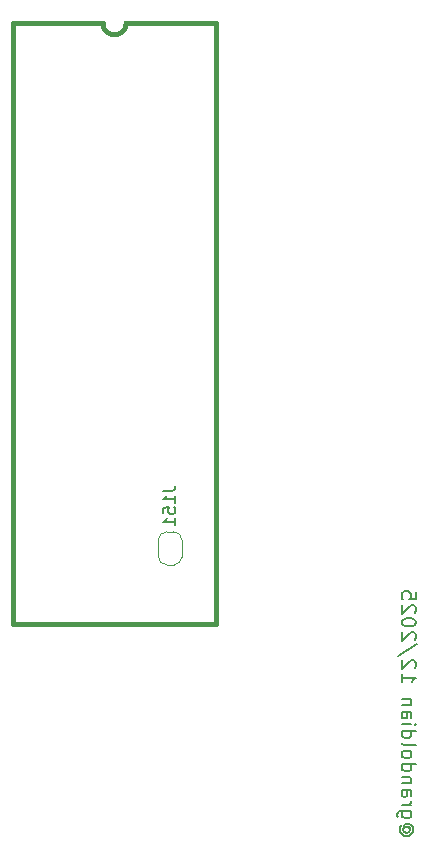
<source format=gbr>
%TF.GenerationSoftware,KiCad,Pcbnew,9.0.3*%
%TF.CreationDate,2025-12-08T23:35:03+00:00*%
%TF.ProjectId,V9958AdapterTC01,56393935-3841-4646-9170-746572544330,rev?*%
%TF.SameCoordinates,Original*%
%TF.FileFunction,Legend,Bot*%
%TF.FilePolarity,Positive*%
%FSLAX46Y46*%
G04 Gerber Fmt 4.6, Leading zero omitted, Abs format (unit mm)*
G04 Created by KiCad (PCBNEW 9.0.3) date 2025-12-08 23:35:03*
%MOMM*%
%LPD*%
G01*
G04 APERTURE LIST*
%ADD10C,0.200000*%
%ADD11C,0.150000*%
%ADD12C,0.120000*%
%ADD13C,0.400000*%
G04 APERTURE END LIST*
D10*
X82508685Y-112619850D02*
X82565828Y-112676993D01*
X82565828Y-112676993D02*
X82622971Y-112791279D01*
X82622971Y-112791279D02*
X82622971Y-112905564D01*
X82622971Y-112905564D02*
X82565828Y-113019850D01*
X82565828Y-113019850D02*
X82508685Y-113076993D01*
X82508685Y-113076993D02*
X82394400Y-113134136D01*
X82394400Y-113134136D02*
X82280114Y-113134136D01*
X82280114Y-113134136D02*
X82165828Y-113076993D01*
X82165828Y-113076993D02*
X82108685Y-113019850D01*
X82108685Y-113019850D02*
X82051542Y-112905564D01*
X82051542Y-112905564D02*
X82051542Y-112791279D01*
X82051542Y-112791279D02*
X82108685Y-112676993D01*
X82108685Y-112676993D02*
X82165828Y-112619850D01*
X82622971Y-112619850D02*
X82165828Y-112619850D01*
X82165828Y-112619850D02*
X82108685Y-112562707D01*
X82108685Y-112562707D02*
X82108685Y-112505564D01*
X82108685Y-112505564D02*
X82165828Y-112391279D01*
X82165828Y-112391279D02*
X82280114Y-112334136D01*
X82280114Y-112334136D02*
X82565828Y-112334136D01*
X82565828Y-112334136D02*
X82737257Y-112448422D01*
X82737257Y-112448422D02*
X82851542Y-112619850D01*
X82851542Y-112619850D02*
X82908685Y-112848422D01*
X82908685Y-112848422D02*
X82851542Y-113076993D01*
X82851542Y-113076993D02*
X82737257Y-113248422D01*
X82737257Y-113248422D02*
X82565828Y-113362707D01*
X82565828Y-113362707D02*
X82337257Y-113419850D01*
X82337257Y-113419850D02*
X82108685Y-113362707D01*
X82108685Y-113362707D02*
X81937257Y-113248422D01*
X81937257Y-113248422D02*
X81822971Y-113076993D01*
X81822971Y-113076993D02*
X81765828Y-112848422D01*
X81765828Y-112848422D02*
X81822971Y-112619850D01*
X81822971Y-112619850D02*
X81937257Y-112448422D01*
X82737257Y-111305565D02*
X81765828Y-111305565D01*
X81765828Y-111305565D02*
X81651542Y-111362707D01*
X81651542Y-111362707D02*
X81594400Y-111419850D01*
X81594400Y-111419850D02*
X81537257Y-111534136D01*
X81537257Y-111534136D02*
X81537257Y-111705565D01*
X81537257Y-111705565D02*
X81594400Y-111819850D01*
X81994400Y-111305565D02*
X81937257Y-111419850D01*
X81937257Y-111419850D02*
X81937257Y-111648422D01*
X81937257Y-111648422D02*
X81994400Y-111762707D01*
X81994400Y-111762707D02*
X82051542Y-111819850D01*
X82051542Y-111819850D02*
X82165828Y-111876993D01*
X82165828Y-111876993D02*
X82508685Y-111876993D01*
X82508685Y-111876993D02*
X82622971Y-111819850D01*
X82622971Y-111819850D02*
X82680114Y-111762707D01*
X82680114Y-111762707D02*
X82737257Y-111648422D01*
X82737257Y-111648422D02*
X82737257Y-111419850D01*
X82737257Y-111419850D02*
X82680114Y-111305565D01*
X81937257Y-110734136D02*
X82737257Y-110734136D01*
X82508685Y-110734136D02*
X82622971Y-110676993D01*
X82622971Y-110676993D02*
X82680114Y-110619851D01*
X82680114Y-110619851D02*
X82737257Y-110505565D01*
X82737257Y-110505565D02*
X82737257Y-110391279D01*
X81937257Y-109476994D02*
X82565828Y-109476994D01*
X82565828Y-109476994D02*
X82680114Y-109534136D01*
X82680114Y-109534136D02*
X82737257Y-109648422D01*
X82737257Y-109648422D02*
X82737257Y-109876994D01*
X82737257Y-109876994D02*
X82680114Y-109991279D01*
X81994400Y-109476994D02*
X81937257Y-109591279D01*
X81937257Y-109591279D02*
X81937257Y-109876994D01*
X81937257Y-109876994D02*
X81994400Y-109991279D01*
X81994400Y-109991279D02*
X82108685Y-110048422D01*
X82108685Y-110048422D02*
X82222971Y-110048422D01*
X82222971Y-110048422D02*
X82337257Y-109991279D01*
X82337257Y-109991279D02*
X82394400Y-109876994D01*
X82394400Y-109876994D02*
X82394400Y-109591279D01*
X82394400Y-109591279D02*
X82451542Y-109476994D01*
X82737257Y-108905565D02*
X81937257Y-108905565D01*
X82622971Y-108905565D02*
X82680114Y-108848422D01*
X82680114Y-108848422D02*
X82737257Y-108734137D01*
X82737257Y-108734137D02*
X82737257Y-108562708D01*
X82737257Y-108562708D02*
X82680114Y-108448422D01*
X82680114Y-108448422D02*
X82565828Y-108391280D01*
X82565828Y-108391280D02*
X81937257Y-108391280D01*
X81937257Y-107305566D02*
X83137257Y-107305566D01*
X81994400Y-107305566D02*
X81937257Y-107419851D01*
X81937257Y-107419851D02*
X81937257Y-107648423D01*
X81937257Y-107648423D02*
X81994400Y-107762708D01*
X81994400Y-107762708D02*
X82051542Y-107819851D01*
X82051542Y-107819851D02*
X82165828Y-107876994D01*
X82165828Y-107876994D02*
X82508685Y-107876994D01*
X82508685Y-107876994D02*
X82622971Y-107819851D01*
X82622971Y-107819851D02*
X82680114Y-107762708D01*
X82680114Y-107762708D02*
X82737257Y-107648423D01*
X82737257Y-107648423D02*
X82737257Y-107419851D01*
X82737257Y-107419851D02*
X82680114Y-107305566D01*
X81937257Y-106562709D02*
X81994400Y-106676994D01*
X81994400Y-106676994D02*
X82051542Y-106734137D01*
X82051542Y-106734137D02*
X82165828Y-106791280D01*
X82165828Y-106791280D02*
X82508685Y-106791280D01*
X82508685Y-106791280D02*
X82622971Y-106734137D01*
X82622971Y-106734137D02*
X82680114Y-106676994D01*
X82680114Y-106676994D02*
X82737257Y-106562709D01*
X82737257Y-106562709D02*
X82737257Y-106391280D01*
X82737257Y-106391280D02*
X82680114Y-106276994D01*
X82680114Y-106276994D02*
X82622971Y-106219852D01*
X82622971Y-106219852D02*
X82508685Y-106162709D01*
X82508685Y-106162709D02*
X82165828Y-106162709D01*
X82165828Y-106162709D02*
X82051542Y-106219852D01*
X82051542Y-106219852D02*
X81994400Y-106276994D01*
X81994400Y-106276994D02*
X81937257Y-106391280D01*
X81937257Y-106391280D02*
X81937257Y-106562709D01*
X81937257Y-105476995D02*
X81994400Y-105591280D01*
X81994400Y-105591280D02*
X82108685Y-105648423D01*
X82108685Y-105648423D02*
X83137257Y-105648423D01*
X81937257Y-104505567D02*
X83137257Y-104505567D01*
X81994400Y-104505567D02*
X81937257Y-104619852D01*
X81937257Y-104619852D02*
X81937257Y-104848424D01*
X81937257Y-104848424D02*
X81994400Y-104962709D01*
X81994400Y-104962709D02*
X82051542Y-105019852D01*
X82051542Y-105019852D02*
X82165828Y-105076995D01*
X82165828Y-105076995D02*
X82508685Y-105076995D01*
X82508685Y-105076995D02*
X82622971Y-105019852D01*
X82622971Y-105019852D02*
X82680114Y-104962709D01*
X82680114Y-104962709D02*
X82737257Y-104848424D01*
X82737257Y-104848424D02*
X82737257Y-104619852D01*
X82737257Y-104619852D02*
X82680114Y-104505567D01*
X81937257Y-103934138D02*
X82737257Y-103934138D01*
X83137257Y-103934138D02*
X83080114Y-103991281D01*
X83080114Y-103991281D02*
X83022971Y-103934138D01*
X83022971Y-103934138D02*
X83080114Y-103876995D01*
X83080114Y-103876995D02*
X83137257Y-103934138D01*
X83137257Y-103934138D02*
X83022971Y-103934138D01*
X81937257Y-102848424D02*
X82565828Y-102848424D01*
X82565828Y-102848424D02*
X82680114Y-102905566D01*
X82680114Y-102905566D02*
X82737257Y-103019852D01*
X82737257Y-103019852D02*
X82737257Y-103248424D01*
X82737257Y-103248424D02*
X82680114Y-103362709D01*
X81994400Y-102848424D02*
X81937257Y-102962709D01*
X81937257Y-102962709D02*
X81937257Y-103248424D01*
X81937257Y-103248424D02*
X81994400Y-103362709D01*
X81994400Y-103362709D02*
X82108685Y-103419852D01*
X82108685Y-103419852D02*
X82222971Y-103419852D01*
X82222971Y-103419852D02*
X82337257Y-103362709D01*
X82337257Y-103362709D02*
X82394400Y-103248424D01*
X82394400Y-103248424D02*
X82394400Y-102962709D01*
X82394400Y-102962709D02*
X82451542Y-102848424D01*
X82737257Y-102276995D02*
X81937257Y-102276995D01*
X82622971Y-102276995D02*
X82680114Y-102219852D01*
X82680114Y-102219852D02*
X82737257Y-102105567D01*
X82737257Y-102105567D02*
X82737257Y-101934138D01*
X82737257Y-101934138D02*
X82680114Y-101819852D01*
X82680114Y-101819852D02*
X82565828Y-101762710D01*
X82565828Y-101762710D02*
X81937257Y-101762710D01*
X81937257Y-99648424D02*
X81937257Y-100334138D01*
X81937257Y-99991281D02*
X83137257Y-99991281D01*
X83137257Y-99991281D02*
X82965828Y-100105567D01*
X82965828Y-100105567D02*
X82851542Y-100219852D01*
X82851542Y-100219852D02*
X82794400Y-100334138D01*
X83022971Y-99191281D02*
X83080114Y-99134138D01*
X83080114Y-99134138D02*
X83137257Y-99019853D01*
X83137257Y-99019853D02*
X83137257Y-98734138D01*
X83137257Y-98734138D02*
X83080114Y-98619853D01*
X83080114Y-98619853D02*
X83022971Y-98562710D01*
X83022971Y-98562710D02*
X82908685Y-98505567D01*
X82908685Y-98505567D02*
X82794400Y-98505567D01*
X82794400Y-98505567D02*
X82622971Y-98562710D01*
X82622971Y-98562710D02*
X81937257Y-99248424D01*
X81937257Y-99248424D02*
X81937257Y-98505567D01*
X83194400Y-97134138D02*
X81651542Y-98162710D01*
X83022971Y-96791281D02*
X83080114Y-96734138D01*
X83080114Y-96734138D02*
X83137257Y-96619853D01*
X83137257Y-96619853D02*
X83137257Y-96334138D01*
X83137257Y-96334138D02*
X83080114Y-96219853D01*
X83080114Y-96219853D02*
X83022971Y-96162710D01*
X83022971Y-96162710D02*
X82908685Y-96105567D01*
X82908685Y-96105567D02*
X82794400Y-96105567D01*
X82794400Y-96105567D02*
X82622971Y-96162710D01*
X82622971Y-96162710D02*
X81937257Y-96848424D01*
X81937257Y-96848424D02*
X81937257Y-96105567D01*
X83137257Y-95362710D02*
X83137257Y-95248424D01*
X83137257Y-95248424D02*
X83080114Y-95134138D01*
X83080114Y-95134138D02*
X83022971Y-95076996D01*
X83022971Y-95076996D02*
X82908685Y-95019853D01*
X82908685Y-95019853D02*
X82680114Y-94962710D01*
X82680114Y-94962710D02*
X82394400Y-94962710D01*
X82394400Y-94962710D02*
X82165828Y-95019853D01*
X82165828Y-95019853D02*
X82051542Y-95076996D01*
X82051542Y-95076996D02*
X81994400Y-95134138D01*
X81994400Y-95134138D02*
X81937257Y-95248424D01*
X81937257Y-95248424D02*
X81937257Y-95362710D01*
X81937257Y-95362710D02*
X81994400Y-95476996D01*
X81994400Y-95476996D02*
X82051542Y-95534138D01*
X82051542Y-95534138D02*
X82165828Y-95591281D01*
X82165828Y-95591281D02*
X82394400Y-95648424D01*
X82394400Y-95648424D02*
X82680114Y-95648424D01*
X82680114Y-95648424D02*
X82908685Y-95591281D01*
X82908685Y-95591281D02*
X83022971Y-95534138D01*
X83022971Y-95534138D02*
X83080114Y-95476996D01*
X83080114Y-95476996D02*
X83137257Y-95362710D01*
X83022971Y-94505567D02*
X83080114Y-94448424D01*
X83080114Y-94448424D02*
X83137257Y-94334139D01*
X83137257Y-94334139D02*
X83137257Y-94048424D01*
X83137257Y-94048424D02*
X83080114Y-93934139D01*
X83080114Y-93934139D02*
X83022971Y-93876996D01*
X83022971Y-93876996D02*
X82908685Y-93819853D01*
X82908685Y-93819853D02*
X82794400Y-93819853D01*
X82794400Y-93819853D02*
X82622971Y-93876996D01*
X82622971Y-93876996D02*
X81937257Y-94562710D01*
X81937257Y-94562710D02*
X81937257Y-93819853D01*
X83137257Y-92734139D02*
X83137257Y-93305567D01*
X83137257Y-93305567D02*
X82565828Y-93362710D01*
X82565828Y-93362710D02*
X82622971Y-93305567D01*
X82622971Y-93305567D02*
X82680114Y-93191282D01*
X82680114Y-93191282D02*
X82680114Y-92905567D01*
X82680114Y-92905567D02*
X82622971Y-92791282D01*
X82622971Y-92791282D02*
X82565828Y-92734139D01*
X82565828Y-92734139D02*
X82451542Y-92676996D01*
X82451542Y-92676996D02*
X82165828Y-92676996D01*
X82165828Y-92676996D02*
X82051542Y-92734139D01*
X82051542Y-92734139D02*
X81994400Y-92791282D01*
X81994400Y-92791282D02*
X81937257Y-92905567D01*
X81937257Y-92905567D02*
X81937257Y-93191282D01*
X81937257Y-93191282D02*
X81994400Y-93305567D01*
X81994400Y-93305567D02*
X82051542Y-93362710D01*
D11*
X61754819Y-84164285D02*
X62469104Y-84164285D01*
X62469104Y-84164285D02*
X62611961Y-84116666D01*
X62611961Y-84116666D02*
X62707200Y-84021428D01*
X62707200Y-84021428D02*
X62754819Y-83878571D01*
X62754819Y-83878571D02*
X62754819Y-83783333D01*
X62754819Y-85164285D02*
X62754819Y-84592857D01*
X62754819Y-84878571D02*
X61754819Y-84878571D01*
X61754819Y-84878571D02*
X61897676Y-84783333D01*
X61897676Y-84783333D02*
X61992914Y-84688095D01*
X61992914Y-84688095D02*
X62040533Y-84592857D01*
X61754819Y-86069047D02*
X61754819Y-85592857D01*
X61754819Y-85592857D02*
X62231009Y-85545238D01*
X62231009Y-85545238D02*
X62183390Y-85592857D01*
X62183390Y-85592857D02*
X62135771Y-85688095D01*
X62135771Y-85688095D02*
X62135771Y-85926190D01*
X62135771Y-85926190D02*
X62183390Y-86021428D01*
X62183390Y-86021428D02*
X62231009Y-86069047D01*
X62231009Y-86069047D02*
X62326247Y-86116666D01*
X62326247Y-86116666D02*
X62564342Y-86116666D01*
X62564342Y-86116666D02*
X62659580Y-86069047D01*
X62659580Y-86069047D02*
X62707200Y-86021428D01*
X62707200Y-86021428D02*
X62754819Y-85926190D01*
X62754819Y-85926190D02*
X62754819Y-85688095D01*
X62754819Y-85688095D02*
X62707200Y-85592857D01*
X62707200Y-85592857D02*
X62659580Y-85545238D01*
X62754819Y-87069047D02*
X62754819Y-86497619D01*
X62754819Y-86783333D02*
X61754819Y-86783333D01*
X61754819Y-86783333D02*
X61897676Y-86688095D01*
X61897676Y-86688095D02*
X61992914Y-86592857D01*
X61992914Y-86592857D02*
X62040533Y-86497619D01*
D12*
%TO.C,J151*%
X62020000Y-90430000D02*
X62620000Y-90430000D01*
X63320000Y-89730000D02*
X63320000Y-88330000D01*
X61320000Y-88330000D02*
X61320000Y-89730000D01*
X62620000Y-87630000D02*
X62020000Y-87630000D01*
X63320000Y-89730000D02*
G75*
G02*
X62620000Y-90430000I-699999J-1D01*
G01*
X62020000Y-90430000D02*
G75*
G02*
X61320000Y-89730000I-1J699999D01*
G01*
X62620000Y-87630000D02*
G75*
G02*
X63320000Y-88330000I0J-700000D01*
G01*
X61320000Y-88330000D02*
G75*
G02*
X62020000Y-87630000I700000J0D01*
G01*
D13*
%TO.C,J150*%
X48980000Y-44550000D02*
X48980000Y-95470000D01*
X48980000Y-95470000D02*
X66240000Y-95470000D01*
X56610000Y-44550000D02*
X48980000Y-44550000D01*
X66240000Y-44550000D02*
X58610000Y-44550000D01*
X66240000Y-95470000D02*
X66240000Y-44550000D01*
X58610000Y-44550000D02*
G75*
G02*
X56610000Y-44550000I-1000000J0D01*
G01*
%TD*%
M02*

</source>
